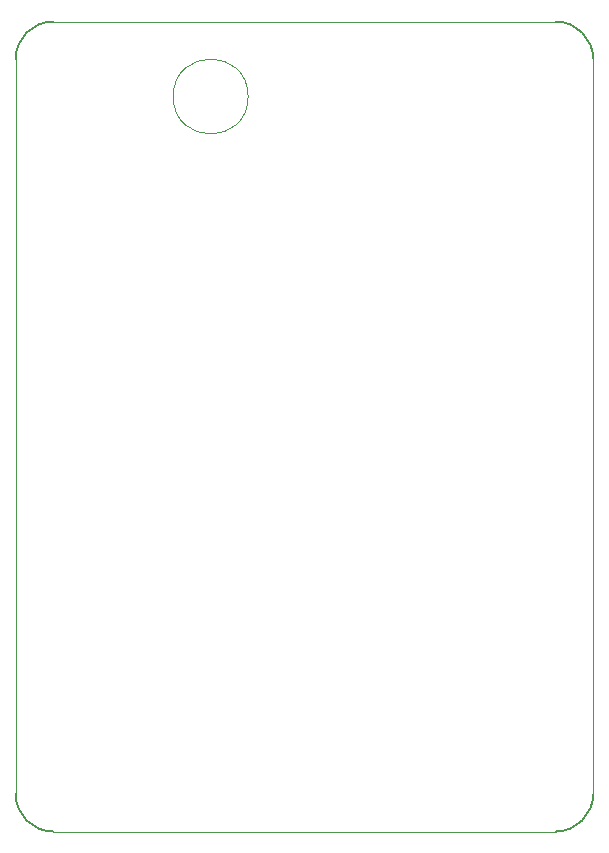
<source format=gbr>
%TF.GenerationSoftware,KiCad,Pcbnew,7.0.9*%
%TF.CreationDate,2024-06-07T23:52:37-04:00*%
%TF.ProjectId,Coms Board V2,436f6d73-2042-46f6-9172-642056322e6b,rev?*%
%TF.SameCoordinates,Original*%
%TF.FileFunction,Profile,NP*%
%FSLAX46Y46*%
G04 Gerber Fmt 4.6, Leading zero omitted, Abs format (unit mm)*
G04 Created by KiCad (PCBNEW 7.0.9) date 2024-06-07 23:52:37*
%MOMM*%
%LPD*%
G01*
G04 APERTURE LIST*
%TA.AperFunction,Profile*%
%ADD10C,0.100000*%
%TD*%
%TA.AperFunction,Profile*%
%ADD11C,0.200000*%
%TD*%
G04 APERTURE END LIST*
D10*
X177800000Y-121920000D02*
X135255000Y-121920000D01*
D11*
X135255000Y-53340000D02*
G75*
G03*
X132080000Y-56515000I0J-3175000D01*
G01*
X132080000Y-118745000D02*
G75*
G03*
X135255000Y-121920000I3175000J0D01*
G01*
D10*
X151765000Y-59690000D02*
G75*
G03*
X151765000Y-59690000I-3175000J0D01*
G01*
D11*
X177800000Y-121920000D02*
G75*
G03*
X180975000Y-118745000I0J3175000D01*
G01*
D10*
X132080000Y-118745000D02*
X132080000Y-56515000D01*
X180975000Y-118745000D02*
X180975000Y-56515000D01*
X177800000Y-53340000D02*
X135255000Y-53340000D01*
D11*
X180975000Y-56515000D02*
G75*
G03*
X177800000Y-53340000I-3175000J0D01*
G01*
M02*

</source>
